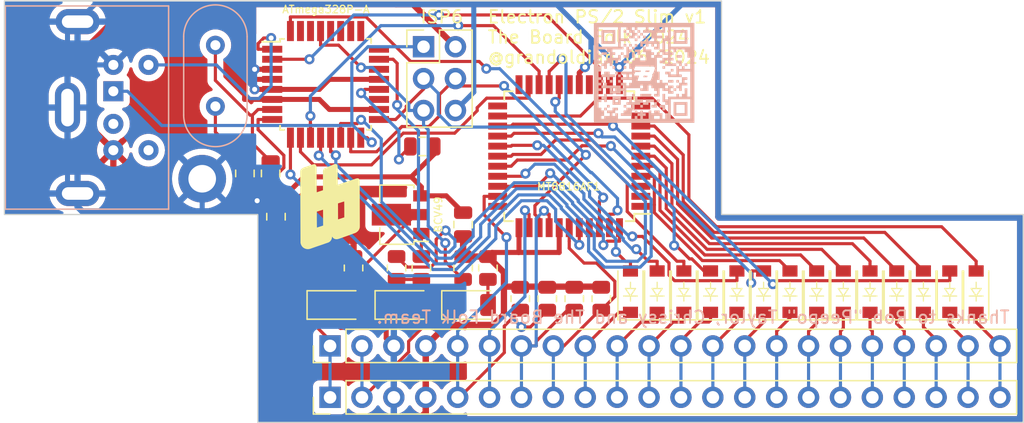
<source format=kicad_pcb>
(kicad_pcb (version 20221018) (generator pcbnew)
  (layers (0 "F.Cu" signal) (31 "B.Cu" signal) (34 "B.Paste" user) (35 "F.Paste" user) (36 "B.SilkS" user "B.Silkscreen") (37 "F.SilkS" user "F.Silkscreen") (38 "B.Mask" user) (39 "F.Mask" user) (44 "Edge.Cuts" user))
  (net 0 "")
  (net 1 "GND")
  (net 2 "+5V")
  (net 3 "CAPSLOCK")
  (net 4 "/A13")
  (net 5 "/A12")
  (net 6 "/A11")
  (net 7 "/A10")
  (net 8 "/A9")
  (net 9 "Net-(IC800-XTAL1{slash}PB6)")
  (net 10 "Net-(IC800-XTAL2{slash}PB7)")
  (net 11 "PS2-CLK")
  (net 12 "Net-(IC800-AREF)")
  (net 13 "/ROW0")
  (net 14 "AY2")
  (net 15 "/ROW1")
  (net 16 "/ROW2")
  (net 17 "AX0")
  (net 18 "/A8")
  (net 19 "/ROW3")
  (net 20 "AX1")
  (net 21 "AX2")
  (net 22 "AY0")
  (net 23 "AY1")
  (net 24 "/A7")
  (net 25 "/COL0")
  (net 26 "/A6")
  (net 27 "/A5")
  (net 28 "/A0")
  (net 29 "/A1")
  (net 30 "/A2")
  (net 31 "/A3")
  (net 32 "/A4")
  (net 33 "Net-(D15-A)")
  (net 34 "Net-(D16-A)")
  (net 35 "Net-(D17-A)")
  (net 36 "/COL1")
  (net 37 "/COL2")
  (net 38 "!RST")
  (net 39 "/COL3")
  (net 40 "/COL4")
  (net 41 "/COL5")
  (net 42 "Net-(Q1-B)")
  (net 43 "BREAK")
  (net 44 "/COL6")
  (net 45 "/COL7")
  (net 46 "/COL8")
  (net 47 "/COL9")
  (net 48 "/COL10")
  (net 49 "/COL11")
  (net 50 "/COL12")
  (net 51 "/COL13")
  (net 52 "MTSTROBE")
  (net 53 "ADMOSI")
  (net 54 "ADMISO")
  (net 55 "ADSCK")
  (net 56 "/AA6")
  (net 57 "/AA7")
  (net 58 "/AA1")
  (net 59 "/AA2")
  (net 60 "/AA3")
  (net 61 "/AA4")
  (net 62 "/AA5")
  (net 63 "ADRESET")
  (net 64 "/AD0")
  (net 65 "/AD1")
  (net 66 "MTDATA")
  (net 68 "/COL14")
  (net 69 "/COL15")
  (net 70 "/ROW7")
  (net 72 "/ROW6")
  (net 73 "/ROW5")
  (net 74 "/ROW4")
  (footprint "Electron-PS2Slim:MINIDIODE" (layer "F.Cu") (at 83.275 105.225 90)
    (fp_text reference "D6" hide)
    (fp_text value "1N4148" hide)
  )
  (footprint "Package_TO_SOT_SMD:SOT-89-3" (layer "F.Cu") (at 54.075 99.0875 180)
    (fp_text reference "Q1" hide)
    (fp_text value "BCV49")
  )
  (footprint "Electron-PS2Slim:MINIDIODE" (layer "F.Cu") (at 85.375 105.225 90)
    (fp_text reference "D7" hide)
    (fp_text value "1N4148" hide)
  )
  (footprint "Electron-PS2Slim:BF8" (layer "F.Cu") (at 48.8188 98.3742 90)
    (fp_text reference "G1" hide)
    (fp_text value "Board Folk Logo" hide)
  )
  (footprint "MountingHole:MountingHole_2.2mm_M2_DIN965_Pad" (layer "F.Cu") (at 38.575 96.225)
    (fp_text reference "H9" hide)
    (fp_text value "Smaller Keyboard Hole" hide)
  )
  (footprint "Capacitor_SMD:C_0805_2012Metric" (layer "F.Cu") (at 56.1 93.65)
    (fp_text reference "C802" hide)
    (fp_text value "100nF" hide)
  )
  (footprint "Resistor_SMD:R_0805_2012Metric" (layer "F.Cu") (at 50.625 103.3375 90)
    (fp_text reference "R18" hide)
    (fp_text value "1K" hide)
  )
  (footprint "Electron-PS2Slim:MINIDIODE" (layer "F.Cu") (at 89.625 105.225 90)
    (fp_text reference "D9" hide)
    (fp_text value "1N4148" hide)
  )
  (footprint "LED_SMD:LED_1206_3216Metric" (layer "F.Cu") (at 59.935 106.2875)
    (fp_text reference "D17" hide)
    (fp_text value "CAPS" hide)
  )
  (footprint "Electron-PS2Slim:MINIDIODE" (layer "F.Cu") (at 87.5 105.225 90)
    (fp_text reference "D8" hide)
    (fp_text value "1N4148" hide)
  )
  (footprint "Package_QFP:TQFP-44_10x10mm_P0.8mm" (layer "F.Cu") (at 67.8 94.425 180)
    (fp_text reference "IC803" hide)
    (fp_text value "MT8816AF1")
  )
  (footprint "Capacitor_SMD:C_0805_2012Metric" (layer "F.Cu") (at 59.35 99.875 -90)
    (fp_text reference "C806" hide)
    (fp_text value "100nF" hide)
  )
  (footprint "Resistor_SMD:R_0805_2012Metric" (layer "F.Cu") (at 66.05 105.7875 90)
    (fp_text reference "R3" hide)
    (fp_text value "15K" hide)
  )
  (footprint "Resistor_SMD:R_0805_2012Metric" (layer "F.Cu") (at 68.2 105.7875 90)
    (fp_text reference "R4" hide)
    (fp_text value "15K" hide)
  )
  (footprint "Resistor_SMD:R_0805_2012Metric" (layer "F.Cu") (at 56.025 103.3375 -90)
    (fp_text reference "R17" hide)
    (fp_text value "1K" hide)
  )
  (footprint "Electron-PS2Slim:MINIDIODE" (layer "F.Cu") (at 100.2 105.225 90)
    (fp_text reference "D14" hide)
    (fp_text value "1N4148" hide)
  )
  (footprint "Capacitor_SMD:C_0805_2012Metric" (layer "F.Cu") (at 44.45 99.25 -90)
    (fp_text reference "C807" hide)
    (fp_text value "100nF" hide)
  )
  (footprint "Electron-PS2Slim:MINIDIODE" (layer "F.Cu") (at 76.925 105.225 90)
    (fp_text reference "D3" hide)
    (fp_text value "1N4148" hide)
  )
  (footprint "Capacitor_SMD:C_0805_2012Metric" (layer "F.Cu") (at 41.975 95.8 -90)
    (fp_text reference "C801" hide)
    (fp_text value "20pF" hide)
  )
  (footprint "Electron-PS2Slim:MINIDIODE" (layer "F.Cu") (at 81.15 105.225 90)
    (fp_text reference "D5" hide)
    (fp_text value "1N4148" hide)
  )
  (footprint "LED_SMD:LED_1206_3216Metric" (layer "F.Cu") (at 54.625 106.2875)
    (fp_text reference "D16" hide)
    (fp_text value "BREAK" hide)
  )
  (footprint "Package_QFP:TQFP-32_7x7mm_P0.8mm" (layer "F.Cu") (at 48.4 88.7)
    (fp_text reference "IC800" hide)
    (fp_text value "ATmega328P-A")
  )
  (footprint "Capacitor_SMD:C_0805_2012Metric" (layer "F.Cu") (at 44.025 95.8 -90)
    (fp_text reference "C800" hide)
    (fp_text value "20pF" hide)
  )
  (footprint "Electron-PS2Slim:MINIDIODE" (layer "F.Cu") (at 96 105.225 90)
    (fp_text reference "D12" hide)
    (fp_text value "1N4148" hide)
  )
  (footprint "Connector_PinHeader_2.54mm:PinHeader_1x22_P2.54mm_Vertical" (layer "F.Cu") (at 48.755 113.65 90)
    (fp_text reference "CP1" hide)
    (fp_text value "KEYBOARD" hide)
  )
  (footprint "Resistor_SMD:R_0805_2012Metric" (layer "F.Cu") (at 59.35 103.3375 -90)
    (fp_text reference "R804" hide)
    (fp_text value "10K" hide)
  )
  (footprint "Resistor_SMD:R_0805_2012Metric" (layer "F.Cu") (at 54.05 103.3375 90)
    (fp_text reference "R16" hide)
    (fp_text value "470R" hide)
  )
  (footprint "Resistor_SMD:R_0805_2012Metric" (layer "F.Cu") (at 70.35 105.7875 90)
    (fp_text reference "R5" hide)
    (fp_text value "15K" hide)
  )
  (footprint "Resistor_SMD:R_0805_2012Metric" (layer "F.Cu") (at 63.9 105.7875 90)
    (fp_text reference "R2" hide)
    (fp_text value "15K" hide)
  )
  (footprint "Electron-PS2Slim:MINIDIODE" (layer "F.Cu") (at 79.05 105.225 90)
    (fp_text reference "D4" hide)
    (fp_text value "1N4148" hide)
  )
  (footprint "Electron-PS2Slim:MINIDIODE" (layer "F.Cu") (at 98.1 105.225 90)
    (fp_text reference "D13" hide)
    (fp_text value "1N4148" hide)
  )
  (footprint "Electron-PS2Slim:MINIDIODE" (layer "F.Cu") (at 91.75 105.225 90)
    (fp_text reference "D10" hide)
    (fp_text value "1N4148" hide)
  )
  (footprint "Connector_PinHeader_2.54mm:PinHeader_1x22_P2.54mm_Vertical" (layer "F.Cu") (at 48.755 109.55 90)
    (fp_text reference "CP2" hide)
    (fp_text value "KEYBOARD" hide)
  )
  (footprint "LED_SMD:LED_1206_3216Metric" (layer "F.Cu") (at 49.21 106.2875)
    (fp_text reference "D15" hide)
    (fp_text value "POWER" hide)
  )
  (footprint "Electron-PS2Slim:MINIDIODE" (layer "F.Cu") (at 93.875 105.225 90)
    (fp_text reference "D11" hide)
    (fp_text value "1N4148" hide)
  )
  (footprint "Resistor_SMD:R_0805_2012Metric" (layer "F.Cu") (at 61.325 103.3375 90)
    (fp_text reference "R19" hide)
    (fp_text value "1K" hide)
  )
  (footprint "Connector_PinHeader_2.54mm:PinHeader_2x03_P2.54mm_Vertical" (layer "F.Cu") (at 56.2 85.7)
    (fp_text reference "J800" hide)
    (fp_text value "ISP6")
  )
  (footprint "Electron-PS2Slim:MINIDIODE" (layer "F.Cu") (at 74.8 105.225 90)
    (fp_text reference "D2" hide)
    (fp_text value "1N4148" hide)
  )
  (footprint "Electron-PS2Slim:MINIDIODE" (layer "F.Cu") (at 72.675 105.225 90)
    (fp_text reference "D1" hide)
    (fp_text value "1N4148" hide)
  )
  (footprint "Electron-PS2Slim:bf_qr8" (layer "B.Cu") (at 73.7616 87.7824 180)
    (fp_text reference "G2" hide)
    (fp_text value "Board Folk QR" hide)
  )
  (footprint "MTKeyboard:Connector_Mini-DIN_Female_6Pin_2rows" (layer "B.Cu") (at 31.5 89.25 90)
    (fp_text reference "J804" hide)
    (fp_text value "PS/2" hide)
  )
  (footprint "Crystal:Crystal_HC49-U_Vertical" (layer "B.Cu") (at 39.625 85.575 -90)
    (fp_text reference "Y800" hide)
    (fp_text value "16MHz" hide)
  )
  (gr_poly (pts (xy 103.95 115.65) (xy 103.95 99.075) (xy 79.925 99.075) (xy 79.925 82.05) (xy 22.825 82.05) (xy 22.825 99.075) (xy 43 99.075) (xy 43 115.65)) (stroke (width 0.1)) (fill none) (layer "Edge.Cuts"))
  (gr_text "Thanks to Rob {dblquote}Peepo{dblquote} Taylor, Chrissy and The Board Folk Team." (at 102.9462 107.8484) (layer "B.SilkS") (effects (font (size 1 1)) (justify left bottom mirror)))
  (gr_text "Electron PS/2 Slim v1\nThe Board Folk 2024\n@grandoldian 06/2024" (at 61.225 87.125) (layer "F.SilkS") (effects (font (size 1 1)) (justify left bottom)))
  (segment (start 55.225 96.075) (end 57.05 94.25) (width 0.4) (layer "F.Cu") (net 1))
  (segment (start 56.025 97.5875) (end 58.0125 97.5875) (width 0.4) (layer "F.Cu") (net 1))
  (segment (start 53.225 108.075) (end 53.225 108.94) (width 0.4) (layer "F.Cu") (net 1))
  (segment (start 69.05 87.325) (end 68.6 87.775) (width 0.4) (layer "F.Cu") (net 1))
  (segment (start 44.1495 89.0995) (end 44.15 89.1) (width 0.4) (layer "F.Cu") (net 1))
  (segment (start 44.45 98.3) (end 46.675 96.075) (width 0.4) (layer "F.Cu") (net 1))
  (segment (start 71.775 87.325) (end 71.775 88.7) (width 0.4) (layer "F.Cu") (net 1))
  (segment (start 44.15 89.1) (end 47.9 89.1) (width 0.4) (layer "F.Cu") (net 1))
  (segment (start 53.225 108.94) (end 53.835 109.55) (width 0.4) (layer "F.Cu") (net 1))
  (segment (start 58.0125 97.5875) (end 59.35 98.925) (width 0.4) (layer "F.Cu") (net 1))
  (segment (start 47.9 89.1) (end 48.7 88.3) (width 0.4) (layer "F.Cu") (net 1))
  (segment (start 47.81 106.2875) (end 47.81 106.288) (width 0.25) (layer "F.Cu") (net 1))
  (segment (start 56.025 96.875) (end 56.025 97.5875) (width 0.4) (layer "F.Cu") (net 1))
  (segment (start 53.225 106.288) (end 53.225 106.2875) (width 0.25) (layer "F.Cu") (net 1))
  (segment (start 44.45 98.3) (end 44.1255 97.9755) (width 0.4) (layer "F.Cu") (net 1))
  (segment (start 44.025 96.75) (end 44.025 96.9005) (width 0.4) (layer "F.Cu") (net 1))
  (segment (start 44.025 96.9005) (end 42.95 97.9755) (width 0.4) (layer "F.Cu") (net 1))
  (segment (start 46.675 96.075) (end 55.225 96.075) (width 0.4) (layer "F.Cu") (net 1))
  (segment (start 41.975 96.75) (end 41.975 97.0005) (width 0.4) (layer "F.Cu") (net 1))
  (segment (start 41.975 97.0005) (end 42.95 97.9755) (width 0.4) (layer "F.Cu") (net 1))
  (segment (start 71.775 88.7) (end 71.8 88.725) (width 0.4) (layer "F.Cu") (net 1))
  (segment (start 42.75 89.0995) (end 44.1495 89.0995) (width 0.4) (layer "F.Cu") (net 1))
  (segment (start 48.7 88.3) (end 52.65 88.3) (width 0.4) (layer "F.Cu") (net 1))
  (segment (start 55.225 96.075) (end 56.025 96.875) (width 0.4) (layer "F.Cu") (net 1))
  (segment (start 47.81 106.288) (end 49.5975 108.075) (width 0.4) (layer "F.Cu") (net 1))
  (segment (start 49.5975 108.075) (end 53.225 108.075) (width 0.4) (layer "F.Cu") (net 1))
  (segment (start 68.6 87.775) (end 68.6 88.725) (width 0.4) (layer "F.Cu") (net 1))
  (segment (start 42.7495 87.5) (end 44.15 87.5) (width 0.4) (layer "F.Cu") (net 1))
  (segment (start 53.225 106.288) (end 53.225 108.075) (width 0.4) (layer "F.Cu") (net 1))
  (segment (start 57.05 94.25) (end 57.05 93.65) (width 0.4) (layer "F.Cu") (net 1))
  (segment (start 44.1255 97.9755) (end 42.95 97.9755) (width 0.4) (layer "F.Cu") (net 1))
  (via (at 69.05 87.325) (size 0.8) (drill 0.4) (layers "F.Cu" "B.Cu") (net 1))
  (via (at 42.75 89.0995) (size 0.8) (drill 0.4) (layers "F.Cu" "B.Cu") (net 1))
  (via (at 42.7495 87.5) (size 0.8) (drill 0.4) (layers "F.Cu" "B.Cu") (net 1))
  (via (at 42.95 97.9755) (size 0.8) (drill 0.4) (layers "F.Cu" "B.Cu") (net 1))
  (via (at 71.775 87.325) (size 0.8) (drill 0.4) (layers "F.Cu" "B.Cu") (net 1))
  (segment (start 103.7 99.325) (end 79.75 99.325) (width 0.5) (layer "B.Cu") (net 1))
  (segment (start 42.7495 89.099) (end 42.75 89.0995) (width 0.4) (layer "B.Cu") (net 1))
  (segment (start 42.95 98.675) (end 42.8 98.825) (width 0.4) (layer "B.Cu") (net 1))
  (segment (start 79.675 99.25) (end 79.675 82.3) (width 0.5) (layer "B.Cu") (net 1))
  (segment (start 27.85 87.125) (end 27.85 84.5) (width 0.4) (layer "B.Cu") (net 1))
  (segment (start 103.7 115.4) (end 103.7 99.325) (width 0.5) (layer "B.Cu") (net 1))
  (segment (start 77.85 82.25) (end 77.9 82.3) (width 0.4) (layer "B.Cu") (net 1))
  (segment (start 38.575 96.225) (end 38.575 98.825) (width 0.4) (layer "B.Cu") (net 1))
  (segment (start 71.775 87.325) (end 76.85 82.25) (width 0.4) (layer "B.Cu") (net 1))
  (segment (start 28.65 98.45) (end 28.65 97.4) (width 0.5) (layer "B.Cu") (net 1))
  (segment (start 43.25 98.825) (end 43.25 115.4) (width 0.5) (layer "B.Cu") (net 1))
  (segment (start 29.025 98.825) (end 28.65 98.45) (width 0.5) (layer "B.Cu") (net 1))
  (segment (start 69.525 86.85) (end 69.05 87.325) (width 0.4) (layer "B.Cu") (net 1))
  (segment (start 53.625 115.4) (end 53.835 115.19) (width 0.5) (layer "B.Cu") (net 1))
  (segment (start 42.8 98.825) (end 43.25 98.825) (width 0.5) (layer "B.Cu") (net 1))
  (segment (start 38.575 98.825) (end 29.025 98.825) (width 0.5) (layer "B.Cu") (net 1))
  (segment (start 69.525 85.075) (end 71.775 87.325) (width 0.4) (layer "B.Cu") (net 1))
  (segment (start 27.85 90.55) (end 27.85 96.6) (width 0.4) (layer "B.Cu") (net 1))
  (segment (start 30.1 82.25) (end 42.6 82.25) (width 0.4) (layer "B.Cu") (net 1))
  (segment (start 42.6 87.3505) (end 42.7495 87.5) (width 0.4) (layer "B.Cu") (net 1))
  (segment (start 53.835 109.55) (end 53.835 113.65) (width 0.5) (layer "B.Cu") (net 1))
  (segment (start 27.875 87.15) (end 27.85 87.125) (width 0.4) (layer "B.Cu") (net 1))
  (segment (start 77.9 82.3) (end 40.925 82.3) (width 0.5) (layer "B.Cu") (net 1))
  (segment (start 42.7495 87.5) (end 42.7495 89.099) (width 0.4) (layer "B.Cu") (net 1))
  (segment (start 60.2 89.32) (end 60.2 82.25) (width 0.4) (layer "B.Cu") (net 1))
  (segment (start 42.95 97.9755) (end 42.95 98.675) (width 0.4) (layer "B.Cu") (net 1))
  (segment (start 79.675 82.3) (end 77.9 82.3) (width 0.5) (layer "B.Cu") (net 1))
  (segment (start 76.85 82.25) (end 77.85 82.25) (width 0.4) (layer "B.Cu") (net 1))
  (segment (start 53.625 115.4) (end 103.7 115.4) (width 0.5) (layer "B.Cu") (net 1))
  (segment (start 60.2 82.25) (end 66.7 82.25) (width 0.4) (layer "B.Cu") (net 1))
  (segment (start 31.5 87.15) (end 27.875 87.15) (width 0.4) (layer "B.Cu") (net 1))
  (segment (start 79.75 99.325) (end 79.675 99.25) (width 0.5) (layer "B.Cu") (net 1))
  (segment (start 66.7 82.25) (end 69.525 85.075) (width 0.4) (layer "B.Cu") (net 1))
  (segment (start 42.6 82.25) (end 60.2 82.25) (width 0.4) (layer "B.Cu") (net 1))
  (segment (start 38.575 98.825) (end 42.8 98.825) (width 0.5) (layer "B.Cu") (net 1))
  (segment (start 28.65 83.7) (end 30.1 82.25) (width 0.4) (layer "B.Cu") (net 1))
  (segment (start 27.85 90.55) (end 27.85 87.125) (width 0.4) (layer "B.Cu") (net 1))
  (segment (start 58.74 90.78) (end 60.2 89.32) (width 0.4) (layer "B.Cu") (net 1))
  (segment (start 27.85 84.5) (end 28.65 83.7) (width 0.4) (layer "B.Cu") (net 1))
  (segment (start 69.525 85.075) (end 69.525 86.85) (width 0.4) (layer "B.Cu") (net 1))
  (segment (start 53.835 115.19) (end 53.835 113.65) (width 0.5) (layer "B.Cu") (net 1))
  (segment (start 27.85 96.6) (end 28.65 97.4) (width 0.4) (layer "B.Cu") (net 1))
  (segment (start 43.25 115.4) (end 53.625 115.4) (width 0.5) (layer "B.Cu") (net 1))
  (segment (start 42.6 82.25) (end 42.6 87.3505) (width 0.4) (layer "B.Cu") (net 1))
  (segment (start 29.825 85.3256) (end 32.8506 82.3) (width 0.5) (layer "F.Cu") (net 2))
  (segment (start 50.625 102.425) (end 43.375 102.425) (width 0.4) (layer "F.Cu") (net 2))
  (segment (start 58.05 107.875) (end 61.775 107.875) (width 0.5) (layer "F.Cu") (net 2))
  (segment (start 56.375 114.852) (end 56.375 113.65) (width 0.5) (layer "F.Cu") (net 2))
  (segment (start 31.5 93.95) (end 29.825 92.275) (width 0.5) (layer "F.Cu") (net 2))
  (segment (start 48.7 90.7) (end 52.65 90.7) (width 0.4) (layer "F.Cu") (net 2))
  (segment (start 44.15 89.9) (end 41.95 89.9) (width 0.4) (layer "F.Cu") (net 2))
  (segment (start 44.15 89.9) (end 47.9 89.9) (width 0.4) (layer "F.Cu") (net 2))
  (segment (start 79.675 82.325) (end 79.675 99.275) (width 0.5) (layer "F.Cu") (net 2))
  (segment (start 55.34 82.3) (end 58.74 85.7) (width 0.5) (layer "F.Cu") (net 2))
  (segment (start 56.375 109.55) (end 56.375 113.65) (width 0.5) (layer "F.Cu") (net 2))
  (segment (start 62.6 107.05) (end 62.6 104.825) (width 0.5) (layer "F.Cu") (net 2))
  (segment (start 66.05 104.8296) (end 66.05 104.875) (width 0.25) (layer "F.Cu") (net 2))
  (segment (start 43.25 102.5) (end 43.25 115.2) (width 0.5) (layer "F.Cu") (net 2))
  (segment (start 44.15 88.3) (end 42.075 88.3) (width 0.4) (layer "F.Cu") (net 2))
  (segment (start 63.8 100.125) (end 63.8 102.075) (width 0.4) (layer "F.Cu") (net 2))
  (segment (start 47.9 89.9) (end 48.7 90.7) (width 0.4) (layer "F.Cu") (net 2))
  (segment (start 44.45 100.2) (end 43.25 100.2) (width 0.4) (layer "F.Cu") (net 2))
  (segment (start 31.5 97.575) (end 31.5 93.95) (width 0.5) (layer "F.Cu") (net 2))
  (segment (start 68.2 104.825) (end 68.2 104.875) (width 0.25) (layer "F.Cu") (net 2))
  (segment (start 63.775 102.1) (end 61.65 102.1) (width 0.4) (layer "F.Cu") (net 2))
  (segment (start 59.35 102.425) (end 59.35 100.825) (width 0.5) (layer "F.Cu") (net 2))
  (segment (start 43.35 102.4) (end 43.25 102.5) (width 0.5) (layer "F.Cu") (net 2))
  (segment (start 43.45 115.4) (end 55.8271 115.4) (width 0.5) (layer "F.Cu") (net 2))
  (segment (start 66.0454 104.825) (end 66.05 104.8296) (width 0.25) (layer "F.Cu") (net 2))
  (segment (start 79.675 99.275) (end 79.725 99.325) (width 0.5) (layer "F.Cu") (net 2))
  (segment (start 43.25 115.2) (end 43.45 115.4) (width 0.5) (layer "F.Cu") (net 2))
  (segment (start 42.075 88.3) (end 41.95 88.425) (width 0.4) (layer "F.Cu") (net 2))
  (segment (start 41.95 88.425) (end 41.95 82.3) (width 0.4) (layer "F.Cu") (net 2))
  (segment (start 29.825 92.275) (end 29.825 85.3256) (width 0.5) (layer "F.Cu") (net 2))
  (segment (start 63.8908 104.825) (end 66.0454 104.825) (width 0.5) (layer "F.Cu") (net 2))
  (segment (start 43.2 98.825) (end 32.75 98.825) (width 0.5) (layer "F.Cu") (net 2))
  (segment (start 103.7 99.325) (end 103.7 115.4) (width 0.5) (layer "F.Cu") (net 2))
  (segment (start 55.8271 115.4) (end 56.375 114.852) (width 0.5) (layer "F.Cu") (net 2))
  (segment (start 103.7 115.4) (end 55.8271 115.4) (width 0.5) (layer "F.Cu") (net 2))
  (segment (start 54 82.3) (end 79.65 82.3) (width 0.5) (layer "F.Cu") (net 2))
  (segment (start 41.95 82.3) (end 54 82.3) (width 0.5) (layer "F.Cu") (net 2))
  (segment (start 43.25 98.875) (end 43.2 98.825) (width 0.5) (layer "F.Cu") (net 2))
  (segment (start 43.25 100.2) (end 43.25 98.875) (width 0.5) (layer "F.Cu") (net 2))
  (segment (start 54 82.3) (end 55.34 82.3) (width 0.5) (layer "F.Cu") (net 2))
  (segment (start 32.75 98.825) (end 31.5 97.575) (width 0.5) (layer "F.Cu") (net 2))
  (segment (start 70.3 104.825) (end 70.35 104.875) (width 0.5) (layer "F.Cu") (net 2))
  (segment (start 79.65 82.3) (end 79.675 82.325) (width 0.5) (layer "F.Cu") (net 2))
  (segment (start 61.325 102.425) (end 59.35 102.425) (width 0.5) (layer "F.Cu") (net 2))
  (segment (start 79.725 99.325) (end 103.7 99.325) (width 0.5) (layer "F.Cu") (net 2))
  (segment (start 61.775 107.875) (end 62.6 107.05) (width 0.5) (layer "F.Cu") (net 2))
  (segment (start 43.375 102.425) (end 43.35 102.4) (width 0.4) (layer "F.Cu") (net 2))
  (segment (start 66.0454 104.825) (end 68.2 104.825) (width 0.5) (layer "F.Cu") (net 2))
  (segment (start 56.375 109.55) (end 58.05 107.875) (width 0.5) (layer "F.Cu") (net 2))
  (segment (start 43.25 102.3) (end 43.25 100.2) (width 0.5) (layer "F.Cu") (net 2))
  (segment (start 62.6 104.825) (end 62.6 103.7) (width 0.5) (layer "F.Cu") (net 2))
  (segment (start 43.35 102.4) (end 43.25 102.3) (width 0.5) (layer "F.Cu") (net 2))
  (segment (start 68.2 104.825) (end 70.3 104.825) (width 0.5) (layer "F.Cu") (net 2))
  (segment (start 62.6 104.825) (end 63.8908 104.825) (width 0.5) (layer "F.Cu") (net 2))
  (segment (start 41.95 89.9) (end 41.95 88.425) (width 0.4) (layer "F.Cu") (net 2))
  (segment (start 63.8 102.075) (end 63.775 102.1) (width 0.4) (layer "F.Cu") (net 2))
  (segment (start 63.8908 104.825) (end 63.9 104.8342) (width 0.25) (layer "F.Cu") (net 2))
  (segment (start 62.6 103.7) (end 61.325 102.425) (width 0.5) (layer "F.Cu") (net 2))
  (segment (start 67 100.125) (end 67 102.1) (width 0.4) (layer "F.Cu") (net 2))
  (segment (start 67 102.1) (end 63.775 102.1) (width 0.4) (layer "F.Cu") (net 2))
  (segment (start 32.8506 82.3) (end 41.95 82.3) (width 0.5) (layer "F.Cu") (net 2))
  (segment (start 63.9 104.8342) (end 63.9 104.875) (width 0.25) (layer "F.Cu") (net 2))
  (segment (start 61.65 102.1) (end 61.325 102.425) (width 0.4) (layer "F.Cu") (net 2))
  (segment (start 57.9141 106.2875) (end 58.535 106.2875) (width 0.25) (layer "F.Cu") (net 3))
  (segment (start 55.01 110.036701) (end 55.01 109.1916) (width 0.25) (layer "F.Cu") (net 3))
  (segment (start 55.01 109.1916) (end 57.9141 106.2875) (width 0.25) (layer "F.Cu") (net 3))
  (segment (start 51.396701 113.65) (end 55.01 110.036701) (width 0.25) (layer "F.Cu") (net 3))
  (segment (start 51.295 109.55) (end 51.295 113.65) (width 0.25) (layer "B.Cu") (net 3))
  (segment (start 69.0749 109.55) (end 71.7499 106.875) (width 0.25) (layer "F.Cu") (net 4))
  (segment (start 69.075 109.55) (end 69.0749 109.55) (width 0.25) (layer "F.Cu") (net 4))
  (segment (start 71.7499 106.875) (end 72.675 106.875) (width 0.25) (layer "F.Cu") (net 4))
  (segment (start 69.075 109.55) (end 69.075 113.65) (width 0.25) (layer "B.Cu") (net 4))
  (segment (start 73.5149 107.6501) (end 74.8 107.6501) (width 0.25) (layer "F.Cu") (net 5))
  (segment (start 71.615 109.55) (end 73.5149 107.6501) (width 0.25) (layer "F.Cu") (net 5))
  (segment (start 74.8 107.6501) (end 74.8 106.875) (width 0.25) (layer "F.Cu") (net 5))
  (segment (start 71.615 109.55) (end 71.615 113.65) (width 0.25) (layer "B.Cu") (net 5))
  (segment (start 76.925 107.6501) (end 76.925 106.875) (width 0.25) (layer "F.Cu") (net 6))
  (segment (start 74.155 109.55) (end 74.1682 109.55) (width 0.25) (layer "F.Cu") (net 6))
  (segment (start 76.0681 107.6501) (end 76.925 107.6501) (width 0.25) (layer "F.Cu") (net 6))
  (segment (start 74.1682 109.55) (end 76.0681 107.6501) (width 0.25) (layer "F.Cu") (net 6))
  (segment (start 74.155 109.55) (end 74.155 113.65) (width 0.25) (layer "B.Cu") (net 6))
  (segment (start 76.695 109.1314) (end 78.1812 107.6452) (width 0.25) (layer "F.Cu") (net 7))
  (segment (start 79.05 107.513) (end 79.05 106.875) (width 0.25) (layer "F.Cu") (net 7))
  (segment (start 78.9178 107.6452) (end 79.05 107.513) (width 0.25) (layer "F.Cu") (net 7))
  (segment (start 76.695 109.55) (end 76.695 109.1314) (width 0.25) (layer "F.Cu") (net 7))
  (segment (start 78.1812 107.6452) (end 78.9178 107.6452) (width 0.25) (layer "F.Cu") (net 7))
  (segment (start 76.695 109.55) (end 76.695 113.65) (width 0.25) (layer "B.Cu") (net 7))
  (segment (start 79.2501 109.55) (end 81.15 107.6501) (width 0.25) (layer "F.Cu") (net 8))
  (segment (start 79.235 109.55) (end 79.2501 109.55) (width 0.25) (layer "F.Cu") (net 8))
  (segment (start 81.15 107.6501) (end 81.15 106.875) (width 0.25) (layer "F.Cu") (net 8))
  (segment (start 79.235 109.55) (end 79.235 113.65) (width 0.25) (layer "B.Cu") (net 8))
  (segment (start 39.625 88.3855) (end 39.625 85.575) (width 0.25) (layer "F.Cu") (net 9))
  (segment (start 42.5737 93.3987) (end 42.5737 91.1512) (width 0.25) (layer "F.Cu") (net 9))
  (segment (start 42.3907 91.1512) (end 39.625 88.3855) (width 0.25) (layer "F.Cu") (net 9))
  (segment (start 44.025 94.85) (end 42.5737 93.3987) (width 0.25) (layer "F.Cu") (net 9))
  (segment (start 42.5737 91.1512) (end 43.0249 90.7) (width 0.25) (layer "F.Cu") (net 9))
  (segment (start 44.15 90.7) (end 43.0249 90.7) (width 0.25) (layer "F.Cu") (net 9))
  (segment (start 42.5737 91.1512) (end 42.3907 91.1512) (width 0.25) (layer "F.Cu") (net 9))
  (segment (start 45.0761 94.3616) (end 45.0761 95.3384) (width 0.25) (layer "F.Cu") (net 10))
  (segment (start 39.625 92.5) (end 41.975 94.85) (width 0.25) (layer "F.Cu") (net 10))
  (segment (start 39.625 90.455) (end 39.625 92.5) (width 0.25) (layer "F.Cu") (net 10))
  (segment (start 44.15 91.5) (end 43.0249 91.5) (width 0.25) (layer "F.Cu") (net 10))
  (segment (start 43.0249 92.3104) (end 45.0761 94.3616) (width 0.25) (layer "F.Cu") (net 10))
  (segment (start 43.0249 91.5) (end 43.0249 92.3104) (width 0.25) (layer "F.Cu") (net 10))
  (segment (start 42.8011 95.6761) (end 41.975 94.85) (width 0.25) (layer "F.Cu") (net 10))
  (segment (start 45.0761 95.3384) (end 44.7384 95.6761) (width 0.25) (layer "F.Cu") (net 10))
  (segment (start 44.7384 95.6761) (end 42.8011 95.6761) (width 0.25) (layer "F.Cu") (net 10))
  (segment (start 44.15 85.9) (end 43.0249 85.9) (width 0.25) (layer "F.Cu") (net 11))
  (segment (start 43.4729 85.0039) (end 44.0625 85.0039) (width 0.25) (layer "F.Cu") (net 11))
  (segment (start 43.0249 85.9) (end 43.0249 85.4519) (width 0.25) (layer "F.Cu") (net 11))
  (segment (start 43.0249 85.4519) (end 43.4729 85.0039) (width 0.25) (layer "F.Cu") (net 11))
  (via (at 44.0625 85.0039) (size 0.8) (drill 0.4) (layers "F.Cu" "B.Cu") (net 11))
  (segment (start 44.0625 88.8507) (end 43.081 89.8322) (width 0.25) (layer "B.Cu") (net 11))
  (segment (start 39.7042 87.15) (end 34.3 87.15) (width 0.25) (layer "B.Cu") (net 11))
  (segment (start 42.3864 89.8322) (end 39.7042 87.15) (width 0.25) (layer "B.Cu") (net 11))
  (segment (start 44.0625 85.0039) (end 44.0625 88.8507) (width 0.25) (layer "B.Cu") (net 11))
  (segment (start 43.081 89.8322) (end 42.3864 89.8322) (width 0.25) (layer "B.Cu") (net 11))
  (segment (start 52.65 89.1) (end 51.5249 89.1) (width 0.25) (layer "F.Cu") (net 12))
  (segment (start 54.2358 94.5642) (end 54.2358 94.6848) (width 0.25) (layer "F.Cu") (net 12))
  (segment (start 55.15 93.65) (end 54.2358 94.5642) (width 0.25) (layer "F.Cu") (net 12))
  (segment (start 51.5249 89.1) (end 51.2274 89.3975) (width 0.25) (layer "F.Cu") (net 12))
  (via (at 54.2358 94.6848) (size 0.8) (drill 0.4) (layers "F.Cu" "B.Cu") (net 12))
  (via (at 51.2274 89.3975) (size 0.8) (drill 0.4) (layers "F.Cu" "B.Cu") (net 12))
  (segment (start 54.2358 92.4059) (end 51.2274 89.3975) (width 0.25) (layer "B.Cu") (net 12))
  (segment (start 54.2358 94.6848) (end 54.2358 92.4059) (width 0.25) (layer "B.Cu") (net 12))
  (segment (start 62.6301 110.0854) (end 62.6301 107.9699) (width 0.25) (layer "F.Cu") (net 13))
  (segment (start 61.0249 99.1137) (end 61.0249 97.625) (width 0.25) (layer "F.Cu") (net 13))
  (segment (start 62.1 97.625) (end 61.0249 97.625) (width 0.25) (layer "F.Cu") (net 13))
  (segment (start 62.6301 107.9699) (end 63.9 106.7) (width 0.25) (layer "F.Cu") (net 13))
  (segment (start 58.915 113.65) (end 59.0655 113.65) (width 0.25) (layer "F.Cu") (net 13))
  (segment (start 60.505 112.2105) (end 62.6301 110.0854) (width 0.25) (layer "F.Cu") (net 13))
  (segment (start 59.0655 113.65) (end 60.505 112.2105) (width 0.25) (layer "F.Cu") (net 13))
  (segment (start 62.8005 100.8893) (end 61.0249 99.1137) (width 0.25) (layer "F.Cu") (net 13))
  (via (at 62.8005 100.8893) (size 0.8) (drill 0.4) (layers "F.Cu" "B.Cu") (net 13))
  (segment (start 58.915 109.55) (end 58.915 113.65) (width 0.25) (layer "B.Cu") (net 13))
  (segment (start 58.915 109.55) (end 58.915 108.3749) (width 0.25) (layer "B.Cu") (net 13))
  (segment (start 58.915 108.3749) (end 62.8005 104.4894) (width 0.25) (layer "B.Cu") (net 13))
  (segment (start 62.8005 104.4894) (end 62.8005 100.8893) (width 0.25) (layer "B.Cu") (net 13))
  (segment (start 45.6 92.95) (end 45.6 95.8827) (width 0.25) (layer "F.Cu") (net 14))
  (segment (start 68.6 100.125) (end 68.6 101.499) (width 0.25) (layer "F.Cu") (net 14))
  (via (at 68.6 101.499) (size 0.8) (drill 0.4) (layers "F.Cu" "B.Cu") (net 14))
  (via (at 45.6 95.8827) (size 0.8) (drill 0.4) (layers "F.Cu" "B.Cu") (net 14))
  (segment (start 61.9509 100.0112) (end 63.986 97.9761) (width 0.25) (layer "B.Cu") (net 14))
  (segment (start 61.9509 100.9993) (end 61.9509 100.0112) (width 0.25) (layer "B.Cu") (net 14))
  (segment (start 53.6749 103.9576) (end 58.9926 103.9576) (width 0.25) (layer "B.Cu") (net 14))
  (segment (start 66.7167 99.6157) (end 68.6 101.499) (width 0.25) (layer "B.Cu") (net 14))
  (segment (start 58.9926 103.9576) (end 61.9509 100.9993) (width 0.25) (layer "B.Cu") (net 14))
  (segment (start 45.6 95.8827) (end 53.6749 103.9576) (width 0.25) (layer "B.Cu") (net 14))
  (segment (start 66.0289 97.9761) (end 66.7167 98.6639) (width 0.25) (layer "B.Cu") (net 14))
  (segment (start 63.986 97.9761) (end 66.0289 97.9761) (width 0.25) (layer "B.Cu") (net 14))
  (segment (start 66.7167 98.6639) (end 66.7167 99.6157) (width 0.25) (layer "B.Cu") (net 14))
  (segment (start 64.7082 108.0418) (end 66.05 106.7) (width 0.25) (layer "F.Cu") (net 15))
  (segment (start 64.5765 99.0499) (end 64.6 99.0499) (width 0.25) (layer "F.Cu") (net 15))
  (segment (start 64.6 100.125) (end 64.6 99.0499) (width 0.25) (layer "F.Cu") (net 15))
  (segment (start 64.2708 98.7442) (end 64.5765 99.0499) (width 0.25) (layer "F.Cu") (net 15))
  (segment (start 63.9885 108.0418) (end 64.7082 108.0418) (width 0.25) (layer "F.Cu") (net 15))
  (via (at 64.2708 98.7442) (size 0.8) (drill 0.4) (layers "F.Cu" "B.Cu") (net 15))
  (via (at 63.9885 108.0418) (size 0.8) (drill 0.4) (layers "F.Cu" "B.Cu") (net 15))
  (segment (start 64.2708 105.6099) (end 64.2708 98.7442) (width 0.25) (layer "B.Cu") (net 15))
  (segment (start 62.8629 106.967) (end 62.9137 106.967) (width 0.25) (layer "B.Cu") (net 15))
  (segment (start 61.455 109.55) (end 61.455 108.3749) (width 0.25) (layer "B.Cu") (net 15))
  (segment (start 62.9137 106.967) (end 64.2708 105.6099) (width 0.25) (layer "B.Cu") (net 15))
  (segment (start 62.9137 106.967) (end 63.9885 108.0418) (width 0.25) (layer "B.Cu") (net 15))
  (segment (start 61.455 108.3749) (end 62.8629 106.967) (width 0.25) (layer "B.Cu") (net 15))
  (segment (start 61.455 113.65) (end 61.455 109.55) (width 0.25) (layer "B.Cu") (net 15))
  (segment (start 65.1701 109.1847) (end 65.1701 109.55) (width 0.25) (layer "F.Cu") (net 16))
  (segment (start 68.2 106.7) (end 67.6548 106.7) (width 0.25) (layer "F.Cu") (net 16))
  (segment (start 66.2 99.0499) (end 66.0714 99.0499) (width 0.25) (layer "F.Cu") (net 16))
  (segment (start 66.0714 99.0499) (end 65.7916 98.7701) (width 0.25) (layer "F.Cu") (net 16))
  (segment (start 63.995 109.55) (end 65.1701 109.55) (width 0.25) (layer "F.Cu") (net 16))
  (segment (start 66.2 100.125) (end 66.2 99.0499) (width 0.25) (layer "F.Cu") (net 16))
  (segment (start 67.6548 106.7) (end 65.1701 109.1847) (width 0.25) (layer "F.Cu") (net 16))
  (via (at 65.7916 98.7701) (size 0.8) (drill 0.4) (layers "F.Cu" "B.Cu") (net 16))
  (segment (start 65.1701 99.3916) (end 65.7916 98.7701) (width 0.25) (layer "B.Cu") (net 16))
  (segment (start 63.995 109.55) (end 63.995 113.65) (width 0.25) (layer "B.Cu") (net 16))
  (segment (start 65.1701 109.55) (end 65.1701 99.3916) (width 0.25) (layer "B.Cu") (net 16))
  (segment (start 63.995 109.55) (end 65.1701 109.55) (width 0.25) (layer "B.Cu") (net 16))
  (segment (start 71.8 101.2001) (end 70.8244 101.2001) (width 0.25) (layer "F.Cu") (net 17))
  (segment (start 49.6 91.8249) (end 50.9262 91.8249) (width 0.25) (layer "F.Cu") (net 17))
  (segment (start 49.6 92.95) (end 49.6 91.8249) (width 0.25) (layer "F.Cu") (net 17))
  (segment (start 50.9262 91.8249) (end 51.2261 91.525) (width 0.25) (layer "F.Cu") (net 17))
  (segment (start 70.8244 101.2001) (end 70.5151 101.5094) (width 0.25) (layer "F.Cu") (net 17))
  (segment (start 71.8 100.125) (end 71.8 101.2001) (width 0.25) (layer "F.Cu") (net 17))
  (via (at 51.2261 91.525) (size 0.8) (drill 0.4) (layers "F.Cu" "B.Cu") (net 17))
  (via (at 70.5151 101.5094) (size 0.8) (drill 0.4) (layers "F.Cu" "B.Cu") (net 17))
  (segment (start 51.3037 91.525) (end 52.8317 93.053) (width 0.25) (layer "B.Cu") (net 17))
  (segment (start 60.1505 100.8162) (end 60.1505 99.8103) (width 0.25) (layer "B.Cu") (net 17))
  (segment (start 63.4177 96.5431) (end 66.5079 96.5431) (width 0.25) (layer "B.Cu") (net 17))
  (segment (start 68.067 98.2286) (end 70.5151 100.6767) (width 0.25) (layer "B.Cu") (net 17))
  (segment (start 58.4085 102.5582) (end 60.1505 100.8162) (width 0.25) (layer "B.Cu") (net 17))
  (segment (start 51.2261 91.525) (end 51.3037 91.525) (width 0.25) (layer "B.Cu") (net 17))
  (segment (start 68.067 98.1022) (end 68.067 98.2286) (width 0.25) (layer "B.Cu") (net 17))
  (segment (start 66.5079 96.5431) (end 68.067 98.1022) (width 0.25) (layer "B.Cu") (net 17))
  (segment (start 70.5151 100.6767) (end 70.5151 101.5094) (width 0.25) (layer "B.Cu") (net 17))
  (segment (start 57.3439 102.5582) (end 58.4085 102.5582) (width 0.25) (layer "B.Cu") (net 17))
  (segment (start 60.1505 99.8103) (end 63.4177 96.5431) (width 0.25) (layer "B.Cu") (net 17))
  (segment (start 52.8317 93.053) (end 52.8317 98.046) (width 0.25) (layer "B.Cu") (net 17))
  (segment (start 52.8317 98.046) (end 57.3439 102.5582) (width 0.25) (layer "B.Cu") (net 17))
  (segment (start 83.275 107.6501) (end 83.275 106.875) (width 0.25) (layer "F.Cu") (net 18))
  (segment (start 81.775 109.1501) (end 83.275 107.6501) (width 0.25) (layer "F.Cu") (net 18))
  (segment (start 81.775 109.55) (end 81.775 109.1501) (width 0.25) (layer "F.Cu") (net 18))
  (segment (start 81.775 109.55) (end 81.775 113.65) (width 0.25) (layer "B.Cu") (net 18))
  (segment (start 69.9694 102.9446) (end 71.4273 104.4025) (width 0.25) (layer "F.Cu") (net 19))
  (segment (start 66.535 109.55) (end 67.3793 109.55) (width 0.25) (layer "F.Cu") (net 19))
  (segment (start 68.9779 102.9446) (end 69.9694 102.9446) (width 0.25) (layer "F.Cu") (net 19))
  (segment (start 70.2293 106.7) (end 70.35 106.7) (width 0.25) (layer "F.Cu") (net 19))
  (segment (start 67.3793 109.55) (end 70.2293 106.7) (width 0.25) (layer "F.Cu") (net 19))
  (segment (start 67.8 101.2001) (end 67.8 101.7667) (width 0.25) (layer "F.Cu") (net 19))
  (segment (start 67.8 101.7667) (end 68.9779 102.9446) (width 0.25) (layer "F.Cu") (net 19))
  (segment (start 71.4273 105.6227) (end 70.35 106.7) (width 0.25) (layer "F.Cu") (net 19))
  (segment (start 71.4273 104.4025) (end 71.4273 105.6227) (width 0.25) (layer "F.Cu") (net 19))
  (segment (start 67.8 100.125) (end 67.8 101.2001) (width 0.25) (layer "F.Cu") (net 19))
  (segment (start 66.535 109.55) (end 66.535 113.65) (width 0.25) (layer "B.Cu") (net 19))
  (segment (start 48.8 94.0751) (end 48.9343 94.0751) (width 0.25) (layer "F.Cu") (net 20))
  (segment (start 66.6869 90.094) (end 66.9808 89.8001) (width 0.25) (layer "F.Cu") (net 20))
  (segment (start 48.9343 94.0751) (end 49.2145 94.3553) (width 0.25) (layer "F.Cu") (net 20))
  (segment (start 48.8 92.95) (end 48.8 94.0751) (width 0.25) (layer "F.Cu") (net 20))
  (segment (start 67 88.725) (end 67 89.8001) (width 0.25) (layer "F.Cu") (net 20))
  (segment (start 66.9808 89.8001) (end 67 89.8001) (width 0.25) (layer "F.Cu") (net 20))
  (via (at 49.2145 94.3553) (size 0.8) (drill 0.4) (layers "F.Cu" "B.Cu") (net 20))
  (via (at 66.6869 90.094) (size 0.8) (drill 0.4) (layers "F.Cu" "B.Cu") (net 20))
  (segment (start 73.8614 98.029) (end 66.6869 90.8545) (width 0.25) (layer "B.Cu") (net 20))
  (segment (start 60.7463 100.8636) (end 60.7463 99.864) (width 0.25) (layer "B.Cu") (net 20))
  (segment (start 66.6869 90.8545) (end 66.6869 90.094) (width 0.25) (layer "B.Cu") (net 20))
  (segment (start 70.7654 102.8015) (end 73.2532 102.8015) (width 0.25) (layer "B.Cu") (net 20))
  (segment (start 67.6169 98.4151) (end 69.79 100.5882) (width 0.25) (layer "B.Cu") (net 20))
  (segment (start 69.79 101.8261) (end 70.7654 102.8015) (width 0.25) (layer "B.Cu") (net 20))
  (segment (start 66.3473 97.0207) (end 67.6169 98.2903) (width 0.25) (layer "B.Cu") (net 20))
  (segment (start 73.8614 102.1933) (end 73.8614 98.029) (width 0.25) (layer "B.Cu") (net 20))
  (segment (start 69.79 100.5882) (end 69.79 101.8261) (width 0.25) (layer "B.Cu") (net 20))
  (segment (start 49.2145 94.3553) (end 49.2145 95.0655) (width 0.25) (layer "B.Cu") (net 20))
  (segment (start 57.1574 103.0084) (end 58.6015 103.0084) (width 0.25) (layer "B.Cu") (net 20))
  (segment (start 73.2532 102.8015) (end 73.8614 102.1933) (width 0.25) (layer "B.Cu") (net 20))
  (segment (start 67.6169 98.2903) (end 67.6169 98.4151) (width 0.25) (layer "B.Cu") (net 20))
  (segment (start 60.7463 99.864) (end 63.5896 97.0207) (width 0.25) (layer "B.Cu") (net 20))
  (segment (start 49.2145 95.0655) (end 57.1574 103.0084) (width 0.25) (layer "B.Cu") (net 20))
  (segment (start 63.5896 97.0207) (end 66.3473 97.0207) (width 0.25) (layer "B.Cu") (net 20))
  (segment (start 58.6015 103.0084) (end 60.7463 100.8636) (width 0.25) (layer "B.Cu") (net 20))
  (segment (start 66.2 87.6499) (end 66.2 88.725) (width 0.25) (layer "F.Cu") (net 21))
  (segment (start 47.858 94.2171) (end 47.858 94.3752) (width 0.25) (layer "F.Cu") (net 21))
  (segment (start 48 92.95) (end 48 94.0751) (width 0.25) (layer "F.Cu") (net 21))
  (segment (start 67.2 86.675) (end 66.2251 87.6499) (width 0.25) (layer "F.Cu") (net 21))
  (segment (start 48 94.0751) (end 47.858 94.2171) (width 0.25) (layer "F.Cu") (net 21))
  (segment (start 66.2251 87.6499) (end 66.2 87.6499) (width 0.25) (layer "F.Cu") (net 21))
  (via (at 67.2 86.675) (size 0.8) (drill 0.4) (layers "F.Cu" "B.Cu") (net 21))
  (via (at 47.858 94.3752) (size 0.8) (drill 0.4) (layers "F.Cu" "B.Cu") (net 21))
  (segment (start 74.3235 102.398) (end 73.4503 103.2712) (width 0.25) (layer "B.Cu") (net 21))
  (segment (start 69.3399 100.7747) (end 67.1668 98.6016) (width 0.25) (layer "B.Cu") (net 21))
  (segment (start 56.9414 103.4586) (end 47.858 94.3752) (width 0.25) (layer "B.Cu") (net 21))
  (segment (start 63.7578 97.5154) (end 61.4214 99.8518) (width 0.25) (layer "B.Cu") (net 21))
  (segment (start 74.3235 97.8544) (end 74.3235 102.398) (width 0.25) (layer "B.Cu") (net 21))
  (segment (start 67.1668 98.4769) (end 66.2053 97.5154) (width 0.25) (layer "B.Cu") (net 21))
  (segment (start 70.5984 103.2712) (end 69.3399 102.0127) (width 0.25) (layer "B.Cu") (net 21))
  (segment (start 67.2 86.675) (end 67.5405 87.0155) (width 0.25) (layer "B.Cu") (net 21))
  (segment (start 67.5405 87.0155) (end 67.5405 91.0714) (width 0.25) (layer "B.Cu") (net 21))
  (segment (start 73.4503 103.2712) (end 70.5984 103.2712) (width 0.25) (layer "B.Cu") (net 21))
  (segment (start 67.1668 98.6016) (end 67.1668 98.4769) (width 0.25) (layer "B.Cu") (net 21))
  (segment (start 61.4214 100.8251) (end 58.7879 103.4586) (width 0.25) (layer "B.Cu") (net 21))
  (segment (start 69.3399 102.0127) (end 69.3399 100.7747) (width 0.25) (layer "B.Cu") (net 21))
  (segment (start 58.7879 103.4586) (end 56.9414 103.4586) (width 0.25) (layer "B.Cu") (net 21))
  (segment (start 66.2053 97.5154) (end 63.7578 97.5154) (width 0.25) (layer "B.Cu") (net 21))
  (segment (start 67.5405 91.0714) (end 74.3235 97.8544) (width 0.25) (layer "B.Cu") (net 21))
  (segment (start 61.4214 99.8518) (end 61.4214 100.8251) (width 0.25) (layer "B.Cu") (net 21))
  (segment (start 47.2 92.95) (end 47.2 91.8249) (width 0.25) (layer "F.Cu") (net 22))
  (segment (start 47.2 91.8249) (end 47.1892 91.8141) (width 0.25) (layer "F.Cu") (net 22))
  (segment (start 61.7684 84.0183) (end 65.4 87.6499) (width 0.25) (layer "F.Cu") (net 22))
  (segment (start 58.9627 84.0183) (end 61.7684 84.0183) (width 0.25) (layer "F.Cu") (net 22))
  (segment (start 65.4 88.725) (end 65.4 87.6499) (width 0.25) (layer "F.Cu") (net 22))
  (segment (start 47.1892 91.8141) (end 47.1892 91.2198) (width 0.25) (layer "F.Cu") (net 22))
  (via (at 47.1892 91.2198) (size 0.8) (drill 0.4) (layers "F.Cu" "B.Cu") (net 22))
  (via (at 58.9627 84.0183) (size 0.8) (drill 0.4) (layers "F.Cu" "B.Cu") (net 22))
  (segment (start 52.8004 84.0183) (end 58.9627 84.0183) (width 0.25) (layer "B.Cu") (net 22))
  (segment (start 47.1892 91.2198) (end 47.1892 89.6295) (width 0.25) (layer "B.Cu") (net 22))
  (segment (start 47.1892 89.6295) (end 52.8004 84.0183) (width 0.25) (layer "B.Cu") (net 22))
  (segment (start 47.4445 95.1196) (end 52.0538 95.1196) (width 0.25) (layer "F.Cu") (net 23))
  (segment (start 54.5848 92.5886) (end 58.6814 92.5886) (width 0.25) (layer "F.Cu") (net 23))
  (segment (start 46.4 92.95) (end 46.4 94.0751) (width 0.25) (layer "F.Cu") (net 23))
  (segment (start 52.0538 95.1196) (end 54.5848 92.5886) (width 0.25) (layer "F.Cu") (net 23))
  (segment (start 61.226 89.8001) (end 64.6 89.8001) (width 0.25) (layer "F.Cu") (net 23))
  (segment (start 60.47 90.8) (end 60.47 90.5561) (width 0.25) (layer "F.Cu") (net 23))
  (segment (start 64.6 88.725) (end 64.6 89.8001) (width 0.25) (layer "F.Cu") (net 23))
  (segment (start 58.6814 92.5886) (end 60.47 90.8) (width 0.25) (layer "F.Cu") (net 23))
  (segment (start 46.4 94.0751) (end 47.4445 95.1196) (width 0.25) (layer "F.Cu") (net 23))
  (segment (start 60.47 90.5561) (end 61.226 89.8001) (width 0.25) (layer "F.Cu") (net 23))
  (segment (start 85.375 106.875) (end 85.375 107.3149) (width 0.25) (layer "F.Cu") (net 24))
  (segment (start 85.375 107.3149) (end 84.315 108.3749) (width 0.25) (layer "F.Cu") (net 24))
  (segment (start 84.315 108.3749) (end 84.315 109.55) (width 0.25) (layer "F.Cu") (net 24))
  (segment (start 84.315 109.55) (end 84.315 113.65) (width 0.25) (layer "B.Cu") (net 24))
  (segment (start 72.675 103.575) (end 72.675 102.7999) (width 0.25) (layer "F.Cu") (net 25))
  (segment (start 65.2459 96.825) (end 66.2823 95.7886) (width 0.25) (layer "F.Cu") (net 25))
  (segment (start 72.2663 102.7999) (end 71.5153 102.0489) (width 0.25) (layer "F.Cu") (net 25))
  (segment (start 63.1751 96.825) (end 65.2459 96.825) (width 0.25) (layer "F.Cu") (net 25))
  (segment (start 62.1 96.825) (end 63.1751 96.825) (width 0.25) (layer "F.Cu") (net 25))
  (segment (start 72.675 102.7999) (end 72.2663 102.7999) (width 0.25) (layer "F.Cu") (net 25))
  (via (at 71.5153 102.0489) (size 0.8) (drill 0.4) (layers "F.Cu" "B.Cu") (net 25))
  (via (at 66.2823 95.7886) (size 0.8) (drill 0.4) (layers "F.Cu" "B.Cu") (net 25))
  (segment (start 68.5171 98.0421) (end 68.5171 97.9157) (width 0.25) (layer "B.Cu") (net 25))
  (segment (start 71.5153 102.0489) (end 71.5153 101.0403) (width 0.25) (layer "B.Cu") (net 25))
  (segment (start 66.39 95.7886) (end 66.2823 95.7886) (width 0.25) (layer "B.Cu") (net 25))
  (segment (start 68.5171 97.9157) (end 66.39 95.7886) (width 0.25) (layer "B.Cu") (net 25))
  (segment (start 71.5153 101.0403) (end 68.5171 98.0421) (width 0.25) (layer "B.Cu") (net 25))
  (segment (start 87.5 107.7299) (end 87.5 106.875) (width 0.25) (layer "F.Cu") (net 26))
  (segment (start 86.855 109.55) (end 86.855 108.3749) (width 0.25) (layer "F.Cu") (net 26))
  (segment (start 86.855 108.3749) (end 87.5 107.7299) (width 0.25) (layer "F.Cu") (net 26))
  (segment (start 86.855 109.55) (end 86.855 113.65) (width 0.25) (layer "B.Cu") (net 26))
  (segment (start 89.395 109.55) (end 89.395 108.3749) (width 0.25) (layer "F.Cu") (net 27))
  (segment (start 89.395 108.3749) (end 89.625 108.1449) (width 0.25) (layer "F.Cu") (net 27))
  (segment (start 89.625 108.1449) (end 89.625 106.875) (width 0.25) (layer "F.Cu") (net 27))
  (segment (start 89.395 109.55) (end 89.395 113.65) (width 0.25) (layer "B.Cu") (net 27))
  (segment (start 91.935 108.3749) (end 91.75 108.1899) (width 0.25) (layer "F.Cu") (net 28))
  (segment (start 91.75 108.1899) (end 91.75 106.875) (width 0.25) (layer "F.Cu") (net 28))
  (segment (start 91.935 109.55) (end 91.935 108.3749) (width 0.25) (layer "F.Cu") (net 28))
  (segment (start 91.935 109.55) (end 91.935 113.65) (width 0.25) (layer "B.Cu") (net 28))
  (segment (start 93.875 107.7749) (end 93.875 106.875) (width 0.25) (layer "F.Cu") (net 29))
  (segment (start 94.475 108.3749) (end 93.875 107.7749) (width 0.25) (layer "F.Cu") (net 29))
  (segment (start 94.475 109.55) (end 94.475 108.3749) (width 0.25) (layer "F.Cu") (net 29))
  (segment (start 94.475 109.55) (end 94.475 113.65) (width 0.25) (layer "B.Cu") (net 29))
  (segment (start 97.015 109.55) (end 97.015 109.065) (width 0.25) (layer "F.Cu") (net 30))
  (segment (start 97.015 109.065) (end 96 108.05) (width 0.25) (layer "F.Cu") (net 30))
  (segment (start 96 108.05) (end 96 106.875) (width 0.25) (layer "F.Cu") (net 30))
  (segment (start 97.015 109.55) (end 97.015 113.65) (width 0.25) (layer "B.Cu") (net 30))
  (segment (start 98.1 107.85) (end 98.1 106.875) (width 0.25) (layer "F.Cu") (net 31))
  (segment (start 99.555 109.305) (end 98.1 107.85) (width 0.25) (layer "F.Cu") (net 31))
  (segment (start 99.555 109.55) (end 99.555 109.305) (width 0.25) (layer "F.Cu") (net 31))
  (segment (start 99.555 109.55) (end 99.555 113.65) (width 0.25) (layer "B.Cu") (net 31))
  (segment (start 102.095 109.55) (end 102.095 109.5451) (width 0.25) (layer "F.Cu") (net 32))
  (segment (start 100.2 107.6501) (end 100.2 106.875) (width 0.25) (layer "F.Cu") (net 32))
  (segment (start 102.095 109.5451) (end 100.2 107.6501) (width 0.25) (layer "F.Cu") (net 32))
  (segment (start 102.095 109.55) (end 102.095 113.65) (width 0.25) (layer "B.Cu") (net 32))
  (segment (start 50.625 106.2725) (end 50.625 104.25) (width 0.25) (layer "F.Cu") (net 33))
  (segment (start 50.61 106.2875) (end 50.625 106.2725) (width 0.25) (layer "F.Cu") (net 33))
  (segment (start 56.025 106.2875) (end 56.025 104.25) (width 0.25) (layer "F.Cu") (net 34))
  (segment (start 56.025 104.25) (end 54.05 104.25) (width 0.25) (layer "F.Cu") (net 34))
  (segment (start 61.325 106.2775) (end 61.325 104.25) (width 0.25) (layer "F.Cu") (net 35))
  (segment (start 61.335 106.2875) (end 61.325 106.2775) (width 0.25) (layer "F.Cu") (net 35))
  (segment (start 74.8 102.7999) (end 74.0946 102.7999) (width 0.25) (layer "F.Cu") (net 36))
  (segment (start 74.0946 102.7999) (end 73.1363 101.8416) (width 0.25) (layer "F.Cu") (net 36))
  (segment (start 74.8 103.575) (end 74.8 102.7999) (width 0.25) (layer "F.Cu") (net 36))
  (segment (start 62.1 96.025) (end 64.0989 96.025) (width 0.25) (layer "F.Cu") (net 36))
  (segment (start 64.0989 96.025) (end 64.3097 95.8142) (width 0.25) (layer "F.Cu") (net 36))
  (via (at 64.3097 95.8142) (size 0.8) (drill 0.4) (layers "F.Cu" "B.Cu") (net 36))
  (via (at 73.1363 101.8416) (size 0.8) (drill 0.4) (layers "F.Cu" "B.Cu") (net 36))
  (segment (start 73.1363 101.8416) (end 73.1363 101.8415) (width 0.25) (layer "B.Cu") (net 36))
  (segment (start 72.0977 101.1244) (end 72.0977 100.9861) (width 0.25) (layer "B.Cu") (net 36))
  (segment (start 73.1363 101.8415) (end 72.8148 101.8415) (width 0.25) (layer "B.Cu") (net 36))
  (segment (start 65.0606 95.0633) (end 64.3097 95.8142) (width 0.25) (layer "B.Cu") (net 36))
  (segment (start 72.8148 101.8415) (end 72.0977 101.1244) (width 0.25) (layer "B.Cu") (net 36))
  (segment (start 68.9672 97.4125) (end 66.618 95.0633) (width 0.25) (layer "B.Cu") (net 36))
  (segment (start 68.9672 97.8556) (end 68.9672 97.4125) (width 0.25) (layer "B.Cu") (net 36))
  (segment (start 66.618 95.0633) (end 65.0606 95.0633) (width 0.25) (layer "B.Cu") (net 36))
  (segment (start 72.0977 100.9861) (end 68.9672 97.8556) (width 0.25) (layer "B.Cu") (net 36))
  (segment (start 76.3805 102.7999) (end 72.4156 98.835) (width 0.25) (layer "F.Cu") (net 37))
  (segment (start 72.4156 96.5832) (end 69.4214 93.589) (width 0.25) (layer "F.Cu") (net 37))
  (segment (start 62.1 95.225) (end 63.1751 95.225) (width 0.25) (layer "F.Cu") (net 37))
  (segment (start 67.6755 94.7342) (end 63.6659 94.7342) (width 0.25) (layer "F.Cu") (net 37))
  (segment (start 72.4156 98.835) (end 72.4156 96.5832) (width 0.25) (layer "F.Cu") (net 37))
  (segment (start 76.925 102.7999) (end 76.3805 102.7999) (width 0.25) (layer "F.Cu") (net 37))
  (segment (start 63.6659 94.7342) (end 63.1751 95.225) (width 0.25) (layer "F.Cu") (net 37))
  (segment (start 68.8207 93.589) (end 67.6755 94.7342) (width 0.25) (layer "F.Cu") (net 37))
  (segment (start 69.4214 93.589) (end 68.8207 93.589) (width 0.25) (layer "F.Cu") (net 37))
  (segment (start 76.925 103.575) (end 76.925 102.7999) (width 0.25) (layer "F.Cu") (net 37))
  (segment (start 55.5606 99.0875) (end 55.9375 99.0875) (width 0.25) (layer "F.Cu") (net 38))
  (segment (start 46.8148 107.1691) (end 46.8148 105.4086) (width 0.25) (layer "F.Cu") (net 38))
  (segment (start 48.8859 103.3375) (end 51.3106 103.3375) (width 0.25) (layer "F.Cu") (net 38))
  (segment (start 48.755 109.1093) (end 46.8148 107.1691) (width 0.25) (layer "F.Cu") (net 38))
  (segment (start 48.755 109.55) (end 48.755 109.1093) (width 0.25) (layer "F.Cu") (net 38))
  (segment (start 51.3106 103.3375) (end 55.5606 99.0875) (width 0.25) (layer "F.Cu") (net 38))
  (segment (start 46.8148 105.4086) (end 48.8859 103.3375) (width 0.25) (layer "F.Cu") (net 38))
  (segment (start 48.755 109.55) (end 48.755 113.65) (width 0.25) (layer "B.Cu") (net 38))
  (segment (start 78.525 103.575) (end 79.05 103.575) (width 0.25) (layer "F.Cu") (net 39))
  (segment (start 63.316 94.2841) (end 63.1751 94.425) (width 0.25) (layer "F.Cu") (net 39))
  (segment (start 76.152599 101.547401) (end 76.308897 101.547401) (width 0.25) (layer "F.Cu") (net 39))
  (segment (start 70.0849 93.6159) (end 69.6079 93.1389) (width 0.25) (layer "F.Cu") (net 39))
  (segment (start 66.6995 93.1389) (end 65.5543 94.2841) (width 0.25) (layer "F.Cu") (net 39))
  (segment (start 77.563504 102.613504) (end 78.525 103.575) (width 0.25) (layer "F.Cu") (net 39))
  (segment (start 62.1 94.425) (end 63.1751 94.425) (width 0.25) (layer "F.Cu") (net 39))
  (segment (start 76.308897 101.547401) (end 77.375 102.613504) (width 0.25) (layer "F.Cu") (net 39))
  (segment (start 71.1106 93.6159) (end 70.0849 93.6159) (width 0.25) (layer "F.Cu") (net 39))
  (segment (start 77.375 102.613504) (end 77.563504 102.613504) (width 0.25) (layer "F.Cu") (net 39))
  (segment (start 65.5543 94.2841) (end 63.316 94.2841) (width 0.25) (layer "F.Cu") (net 39))
  (segment (start 69.6079 93.1389) (end 66.6995 93.1389) (width 0.25) (layer "F.Cu") (net 39))
  (via (at 71.1106 93.6159) (size 0.8) (drill 0.4) (layers "F.Cu" "B.Cu") (net 39))
  (via (at 76.152599 101.547401) (size 0.8) (drill 0.4) (layers "F.Cu" "B.Cu") (net 39))
  (segment (start 76.152599 101.547401) (end 76.152599 98.657899) (width 0.25) (layer "B.Cu") (net 39))
  (segment (start 76.152599 98.657899) (end 71.1106 93.6159) (width 0.25) (layer "B.Cu") (net 39))
  (segment (start 62.1 93.625) (end 63.1751 93.625) (width 0.25) (layer "F.Cu") (net 40))
  (segment (start 81.15 103.575) (end 81.15 104.3501) (width 0.25) (layer "F.Cu") (net 40))
  (segment (start 75.7437 102.9371) (end 73.6308 100.8242) (width 0.25) (layer "F.Cu") (net 40))
  (segment (start 75.7437 103.9034) (end 75.7437 102.9371) (width 0.25) (layer "F.Cu") (net 40))
  (segment (start 73.6308 100.8242) (end 72.8228 100.8242) (width 0.25) (layer "F.Cu") (net 40))
  (segment (start 81.15 104.3501) (end 76.1904 104.3501) (width 0.25) (layer "F.Cu") (net 40))
  (segment (start 76.1904 104.3501) (end 75.7437 103.9034) (width 0.25) (layer "F.Cu") (net 40))
  (segment (start 63.2411 93.559) (end 63.1751 93.625) (width 0.25) (layer "F.Cu") (net 40))
  (segment (start 65.2539 93.559) (end 63.2411 93.559) (width 0.25) (layer "F.Cu") (net 40))
  (via (at 65.2539 93.559) (size 0.8) (drill 0.4) (layers "F.Cu" "B.Cu") (net 40))
  (via (at 72.8228 100.8242) (size 0.8) (drill 0.4) (layers "F.Cu" "B.Cu") (net 40))
  (segment (start 69.4182 97.6701) (end 72.5723 100.8242) (width 0.25) (layer "B.Cu") (net 40))
  (segment (start 72.5723 100.8242) (end 72.8228 100.8242) (width 0.25) (layer "B.Cu") (net 40))
  (segment (start 65.2539 93.559) (end 65.7503 93.559) (width 0.25) (layer "B.Cu") (net 40))
  (segment (start 69.4182 97.2269) (end 69.4182 97.6701) (width 0.25) (layer "B.Cu") (net 40))
  (segment (start 65.7503 93.559) (end 69.4182 97.2269) (width 0.25) (layer "B.Cu") (net 40))
  (segment (start 70.1219 92.6001) (end 63.4 92.6001) (width 0.25) (layer "F.Cu") (net 41))
  (segment (start 82.3499 103.575) (end 82.3499 104.4573) (width 0.25) (layer "F.Cu") (net 41))
  (segment (start 62.1 92.825) (end 63.1751 92.825) (width 0.25) (layer "F.Cu") (net 41))
  (segment (start 82.3499 104.4573) (end 82.2868 104.5204) (width 0.25) (layer "F.Cu") (net 41))
  (segment (start 63.4 92.6001) (end 63.1751 92.825) (width 0.25) (layer "F.Cu") (net 41))
  (segment (start 83.275 103.575) (end 82.3499 103.575) (width 0.25) (layer "F.Cu") (net 41))
  (via (at 70.1219 92.6001) (size 0.8) (drill 0.4) (layers "F.Cu" "B.Cu") (net 41))
  (via (at 82.2868 104.5204) (size 0.8) (drill 0.4) (layers "F.Cu" "B.Cu") (net 41))
  (segment (start 70.4125 92.8907) (end 71.4181 92.8907) (width 0.25) (layer "B.Cu") (net 41))
  (segment (start 82.2868 103.7594) (end 82.2868 104.5204) (width 0.25) (layer "B.Cu") (net 41))
  (segment (start 71.4181 92.8907) (end 82.2868 103.7594) (width 0.25) (layer "B.Cu") (net 41))
  (segment (start 70.1219 92.6001) (end 70.4125 92.8907) (width 0.25) (layer "B.Cu") (net 41))
  (segment (start 56.025 100.5875) (end 56.025 102.425) (width 0.25) (layer "F.Cu") (net 42))
  (segment (start 54.0988 90.3502) (end 54.0988 87.0237) (width 0.25) (layer "F.Cu") (net 43))
  (segment (start 57.9059 100.3499) (end 57.9564 100.3499) (width 0.25) (layer "F.Cu") (net 43))
  (segment (start 54.8887 103.2637) (end 56.7808 103.2637) (width 0.25) (layer "F.Cu") (net 43))
  (segment (start 54.0988 87.0237) (end 53.7751 86.7) (width 0.25) (layer "F.Cu") (net 43))
  (segment (start 54.05 102.425) (end 54.8887 103.2637) (width 0.25) (layer "F.Cu") (net 43))
  (segment (start 56.7808 103.2637) (end 57.206 102.8385) (width 0.25) (layer "F.Cu") (net 43))
  (segment (start 57.206 101.0498) (end 57.9059 100.3499) (width 0.25) (layer "F.Cu") (net 43))
  (segment (start 57.206 102.8385) (end 57.206 101.0498) (width 0.25) (layer "F.Cu") (net 43))
  (segment (start 52.65 86.7) (end 53.7751 86.7) (width 0.25) (layer "F.Cu") (net 43))
  (via (at 57.9564 100.3499) (size 0.8) (drill 0.4) (layers "F.Cu" "B.Cu") (net 43))
  (via (at 54.0988 90.3502) (size 0.8) (drill 0.4) (layers "F.Cu" "B.Cu") (net 43))
  (segment (start 57.5611 102.0777) (end 55.797 100.3136) (width 0.25) (layer "B.Cu") (net 43))
  (segment (start 55.797 100.3136) (end 55.797 92.4044) (width 0.25) (layer "B.Cu") (net 43))
  (segment (start 55.797 92.4044) (end 54.0988 90.7062) (width 0.25) (layer "B.Cu") (net 43))
  (segment (start 58.2292 102.0777) (end 57.5611 102.0777) (width 0.25) (layer "B.Cu") (net 43))
  (segment (start 54.0988 90.7062) (end 54.0988 90.3502) (width 0.25) (layer "B.Cu") (net 43))
  (segment (start 57.9564 100.3499) (end 58.6987 101.0922) (width 0.25) (layer "B.Cu") (net 43))
  (segment (start 58.6987 101.6082) (end 58.2292 102.0777) (width 0.25) (layer "B.Cu") (net 43))
  (segment (start 58.6987 101.0922) (end 58.6987 101.6082) (width 0.25) (layer "B.Cu") (net 43))
  (segment (start 84.55 102.75) (end 85.375 103.575) (width 0.25) (layer "F.Cu") (net 44))
  (segment (start 74.5751 98.2999) (end 74.575 98.3) (width 0.25) (layer "F.Cu") (net 44))
  (segment (start 74.575 98.925) (end 78.4 102.75) (width 0.25) (layer "F.Cu") (net 44))
  (segment (start 74.575 98.3) (end 74.575 98.925) (width 0.25) (layer "F.Cu") (net 44))
  (segment (start 73.5 96.025) (end 74.5751 96.025) (width 0.25) (layer "F.Cu") (net 44))
  (segment (start 78.4 102.75) (end 84.55 102.75) (width 0.25) (layer "F.Cu") (net 44))
  (segment (start 74.5751 96.025) (end 74.5751 98.2999) (width 0.25) (layer "F.Cu") (net 44))
  (segment (start 78.586396 102.3) (end 86.225 102.3) (width 0.25) (layer "F.Cu") (net 45))
  (segment (start 86.225 102.3) (end 87.5 103.575) (width 0.25) (layer "F.Cu") (net 45))
  (segment (start 75.025 95.6749) (end 75.025 98.738604) (width 0.25) (layer "F.Cu") (net 45))
  (segment (start 75.025 98.738604) (end 78.586396 102.3) (width 0.25) (layer "F.Cu") (net 45))
  (segment (start 73.5 95.225) (end 74.5751 95.225) (width 0.25) (layer "F.Cu") (net 45))
  (segment (start 74.5751 95.225) (end 75.025 95.6749) (width 0.25) (layer "F.Cu") (net 45))
  (segment (start 87.9 101.85) (end 89.625 103.575) (width 0.25) (layer "F.Cu") (net 46))
  (segment (start 75.525 98.602208) (end 78.772792 101.85) (width 0.25) (layer "F.Cu") (net 46))
  (segment (start 74.5751 94.425) (end 75.525 95.3749) (width 0.25) (layer "F.Cu") (net 46))
  (segment (start 78.772792 101.85) (end 87.9 101.85) (width 0.25) (layer "F.Cu") (net 46))
  (segment (start 73.5 94.425) (end 74.5751 94.425) (width 0.25) (layer "F.Cu") (net 46))
  (segment (start 75.525 95.3749) (end 75.525 98.602208) (width 0.25) (layer "F.Cu") (net 46))
  (segment (start 90.3501 101.4) (end 78.959188 101.4) (width 0.25) (layer "F.Cu") (net 47))
  (segment (start 75.975 95.0249) (end 74.5751 93.625) (width 0.25) (layer "F.Cu") (net 47))
  (segment (start 74.5751 93.625) (end 73.5 93.625) (width 0.25) (layer "F.Cu") (net 47))
  (segment (start 78.959188 101.4) (end 75.975 98.415812) (width 0.25) (layer "F.Cu") (net 47))
  (segment (start 91.75 103.575) (end 91.75 102.7999) (width 0.25) (layer "F.Cu") (net 47))
  (segment (start 75.975 98.415812) (end 75.975 95.0249) (width 0.25) (layer "F.Cu") (net 47))
  (segment (start 91.75 102.7999) (end 90.3501 101.4) (width 0.25) (layer "F.Cu") (net 47))
  (segment (start 91.25 100.95) (end 93.875 103.575) (width 0.25) (layer "F.Cu") (net 48))
  (segment (start 76.425 94.6749) (end 76.425 98.229416) (width 0.25) (layer "F.Cu") (net 48))
  (segment (start 74.5751 92.825) (end 76.425 94.6749) (width 0.25) (layer "F.Cu") (net 48))
  (segment (start 73.5 92.825) (end 74.5751 92.825) (width 0.25) (layer "F.Cu") (net 48))
  (segment (start 79.145584 100.95) (end 91.25 100.95) (width 0.25) (layer "F.Cu") (net 48))
  (segment (start 76.425 98.229416) (end 79.145584 100.95) (width 0.25) (layer "F.Cu") (net 48))
  (segment (start 74.5751 92.025) (end 76.875 94.3249) (width 0.25) (layer "F.Cu") (net 49))
  (segment (start 79.33198 100.5) (end 92.925 100.5) (width 0.25) (layer "F.Cu") (net 49))
  (segment (start 73.5 92.025) (end 74.5751 92.025) (width 0.25) (layer "F.Cu") (net 49))
  (segment (start 92.925 100.5) (end 96 103.575) (width 0.25) (layer "F.Cu") (net 49))
  (segment (start 76.875 94.3249) (end 76.875 98.04302) (width 0.25) (layer "F.Cu") (net 49))
  (segment (start 76.875 98.04302) (end 79.33198 100.5) (width 0.25) (layer "F.Cu") (net 49))
  (segment (start 98.1 103.575) (end 98.1 104.3501) (width 0.25) (layer "F.Cu") (net 50))
  (segment (start 62.1 92.025) (end 63.1751 92.025) (width 0.25) (layer "F.Cu") (net 50))
  (segment (start 84.292 104.3501) (end 84.0128 104.6293) (width 0.25) (layer "F.Cu") (net 50))
  (segment (start 71.2802 92.025) (end 71.1302 91.875) (width 0.25) (layer "F.Cu") (net 50))
  (segment (start 71.1302 91.875) (end 63.3251 91.875) (width 0.25) (layer "F.Cu") (net 50))
  (segment (start 98.1 104.3501) (end 84.292 104.3501) (width 0.25) (layer "F.Cu") (net 50))
  (segment (start 63.3251 91.875) (end 63.1751 92.025) (width 0.25) (layer "F.Cu") (net 50))
  (via (at 71.2802 92.025) (size 0.8) (drill 0.4) (layers "F.Cu" "B.Cu") (net 50))
  (via (at 84.0128 104.6293) (size 0.8) (drill 0.4) (layers "F.Cu" "B.Cu") (net 50))
  (segment (start 84.0128 104.6293) (end 71.4085 92.025) (width 0.25) (layer "B.Cu") (net 50))
  (segment (start 71.4085 92.025) (end 71.2802 92.025) (width 0.25) (layer "B.Cu") (net 50))
  (segment (start 77.325 97.856624) (end 77.325 92.7245) (width 0.25) (layer "F.Cu") (net 51))
  (segment (start 100.2 102.7999) (end 97.4501 100.05) (width 0.25) (layer "F.Cu") (net 51))
  (segment (start 70.1127 89.8002) (end 68.6879 91.225) (width 0.25) (layer "F.Cu") (net 51))
  (segment (start 77.325 92.7245) (end 74.4007 89.8002) (width 0.25) (layer "F.Cu") (net 51))
  (segment (start 97.4501 100.05) (end 79.518376 100.05) (width 0.25) (layer "F.Cu") (net 51))
  (segment (start 74.4007 89.8002) (end 70.1127 89.8002) (width 0.25) (layer "F.Cu") (net 51))
  (segment (start 68.6879 91.225) (end 62.1 91.225) (width 0.25) (layer "F.Cu") (net 51))
  (segment (start 79.518376 100.05) (end 77.325 97.856624) (width 0.25) (layer "F.Cu") (net 51))
  (segment (start 100.2 103.575) (end 100.2 102.7999) (width 0.25) (layer "F.Cu") (net 51))
  (segment (start 70.2 87.3841) (end 65.9836 83.1677) (width 0.25) (layer "F.Cu") (net 52))
  (segment (start 65.9836 83.1677) (end 57.4193 83.1677) (width 0.25) (layer "F.Cu") (net 52))
  (segment (start 70.2 88.725) (end 70.2 87.3841) (width 0.25) (layer "F.Cu") (net 52))
  (segment (start 44.15 86.7) (end 47.1129 86.7) (width 0.25) (layer "F.Cu") (net 52))
  (via (at 47.1129 86.7) (size 0.8) (drill 0.4) (layers "F.Cu" "B.Cu") (net 52))
  (via (at 57.4193 83.1677) (size 0.8) (drill 0.4) (layers "F.Cu" "B.Cu") (net 52))
  (segment (start 50.6452 83.1677) (end 47.1129 86.7) (width 0.25) (layer "B.Cu") (net 52))
  (segment (start 57.4193 83.1677) (end 50.6452 83.1677) (width 0.25) (layer "B.Cu") (net 52))
  (segment (start 71 99.0499) (end 71.3401 99.0499) (width 0.25) (layer "F.Cu") (net 53))
  (segment (start 57.47 91.2124) (end 57.47 89.51) (width 0.25) (layer "F.Cu") (net 53))
  (segment (start 56.6181 92.0643) (end 57.47 91.2124) (width 0.25) (layer "F.Cu") (net 53))
  (segment (start 52.4616 94.0751) (end 54.4724 92.0643) (width 0.25) (layer "F.Cu") (net 53))
  (segment (start 50.4 94.0751) (end 52.4616 94.0751) (width 0.25) (layer "F.Cu") (net 53))
  (segment (start 58.74 88.8275) (end 62.6088 88.8275) (width 0.25) (layer "F.Cu") (net 53))
  (segment (start 50.4 92.95) (end 50.4 94.0751) (width 0.25) (layer "F.Cu") (net 53))
  (segment (start 71.3401 99.0499) (end 71.6451 98.7449) (width 0.25) (layer "F.Cu") (net 53))
  (segment (start 54.4724 92.0643) (end 56.6181 92.0643) (width 0.25) (layer "F.Cu") (net 53))
  (segment (start 71 100.125) (end 71 99.0499) (width 0.25) (layer "F.Cu") (net 53))
  (segment (start 57.47 89.51) (end 58.74 88.24) (width 0.25) (layer "F.Cu") (net 53))
  (segment (start 58.74 88.24) (end 58.74 88.8275) (width 0.25) (layer "F.Cu") (net 53))
  (via (at 62.6088 88.8275) (size 0.8) (drill 0.4) (layers "F.Cu" "B.Cu") (net 53))
  (via (at 71.6451 98.7449) (size 0.8) (drill 0.4) (layers "F.Cu" "B.Cu") (net 53))
  (segment (start 69.5119 95.7306) (end 62.6088 88.8275) (width 0.25) (layer "B.Cu") (net 53))
  (segment (start 71.6451 97.7916) (end 69.5841 95.7306) (width 0.25) (layer "B.Cu") (net 53))
  (segment (start 69.5841 95.7306) (end 69.5119 95.7306) (width 0.25) (layer "B.Cu") (net 53))
  (segment (start 71.6451 98.7449) (end 71.6451 97.7916) (width 0.25) (layer "B.Cu") (net 53))
  (segment (start 51.7032 92.95) (end 52.0758 93.3226) (width 0.25) (layer "F.Cu") (net 54))
  (segment (start 51.2 92.95) (end 51.7032 92.95) (width 0.25) (layer "F.Cu") (net 54))
  (via (at 52.0758 93.3226) (size 0.8) (drill 0.4) (layers "F.Cu" "B.Cu") (net 54))
  (segment (start 50.49 86.9816) (end 51.7716 85.7) (width 0.25) (layer "B.Cu") (net 54))
  (segment (start 35.353 91.9779) (end 32.6251 89.25) (width 0.25) (layer "B.Cu") (net 54))
  (segment (start 50.3944 91.9779) (end 35.353 91.9779) (width 0.25) (layer "B.Cu") (net 54))
  (segment (start 50.49 91.8823) (end 51.9303 93.3226) (width 0.25) (layer "B.Cu") (net 54))
  (segment (start 51.7716 85.7) (end 56.2 85.7) (width 0.25) (layer "B.Cu") (net 54))
  (segment (start 31.5 89.25) (end 32.6251 89.25) (width 0.25) (layer "B.Cu") (net 54))
  (segment (start 50.49 91.8823) (end 50.49 86.9816) (width 0.25) (layer "B.Cu") (net 54))
  (segment (start 51.9303 93.3226) (end 52.0758 93.3226) (width 0.25) (layer "B.Cu") (net 54))
  (segment (start 50.49 91.8823) (end 50.3944 91.9779) (width 0.25) (layer "B.Cu") (net 54))
  (segment (start 70.2 98.0279) (end 70.2 100.125) (width 0.25) (layer "F.Cu") (net 55))
  (segment (start 52.65 91.5) (end 53.9745 91.5) (width 0.25) (layer "F.Cu") (net 55))
  (segment (start 70.5007 97.7272) (end 70.2 98.0279) (width 0.25) (layer "F.Cu") (net 55))
  (segment (start 56.2 89.0751) (end 56.2 88.24) (width 0.25) (layer "F.Cu") (net 55))
  (segment (start 54.8239 90.6506) (end 54.8239 90.4512) (width 0.25) (layer "F.Cu") (net 55))
  (segment (start 54.8239 90.4512) (end 56.2 89.0751) (width 0.25) (layer "F.Cu") (net 55))
  (segment (start 53.9745 91.5) (end 54.8239 90.6506) (width 0.25) (layer "F.Cu") (net 55))
  (via (at 70.5007 97.7272) (size 0.8) (drill 0.4) (layers "F.Cu" "B.Cu") (net 55))
  (segment (start 65.0043 92.1064) (end 70.5007 97.6028) (width 0.25) (layer "B.Cu") (net 55))
  (segment (start 56.2 88.24) (end 57.3751 89.4151) (width 0.25) (layer "B.Cu") (net 55))
  (segment (start 58.4046 92.1064) (end 65.0043 92.1064) (width 0.25) (layer "B.Cu") (net 55))
  (segment (start 57.3751 89.4151) (end 57.3751 91.0769) (width 0.25) (layer "B.Cu") (net 55))
  (segment (start 57.3751 91.0769) (end 58.4046 92.1064) (width 0.25) (layer "B.Cu") (net 55))
  (segment (start 70.5007 97.6028) (end 70.5007 97.7272) (width 0.25) (layer "B.Cu") (net 55))
  (segment (start 59.35 104.25) (end 57.9311 102.8311) (width 0.25) (layer "F.Cu") (net 63))
  (segment (start 48 84.45) (end 48 85.5751) (width 0.25) (layer "F.Cu") (net 63))
  (segment (start 48 85.5751) (end 49.4374 85.5751) (width 0.25) (layer "F.Cu") (net 63))
  (segment (start 57.9311 102.8311) (end 57.9311 101.3501) (width 0.25) (layer "F.Cu") (net 63))
  (segment (start 49.4374 85.5751) (end 51.2193 87.357) (width 0.25) (layer "F.Cu") (net 63))
  (via (at 57.9311 101.3501) (size 0.8) (drill 0.4) (layers "F.Cu" "B.Cu") (net 63))
  (via (at 51.2193 87.357) (size 0.8) (drill 0.4) (layers "F.Cu" "B.Cu") (net 63))
  (segment (start 56.2 90.78) (end 56.2 91.9551) (width 0.25) (layer "B.Cu") (net 63))
  (segment (start 55.0249 90.78) (end 55.0249 90.2508) (width 0.25) (layer "B.Cu") (net 63))
  (segment (start 55.0249 90.2508) (end 52.1311 87.357) (width 0.25) (layer "B.Cu") (net 63))
  (segment (start 57.9311 101.3501) (end 56.5713 99.9903) (width 0.25) (layer "B.Cu") (net 63))
  (segment (start 56.2 90.78) (end 55.0249 90.78) (width 0.25) (layer "B.Cu") (net 63))
  (segment (start 56.5713 99.9903) (end 56.5713 92.3264) (width 0.25) (layer "B.Cu") (net 63))
  (segment (start 52.1311 87.357) (end 51.2193 87.357) (width 0.25) (layer "B.Cu") (net 63))
  (segment (start 56.5713 92.3264) (end 56.2 91.9551) (width 0.25) (layer "B.Cu") (net 63))
  (segment (start 45.6 83.3249) (end 45.6 84.45) (width 0.25) (layer "F.Cu") (net 66))
  (segment (start 65.0665 98.3686) (end 69.121 94.3141) (width 0.25) (layer "F.Cu") (net 66))
  (segment (start 65.0665 99.0704) (end 65.0665 98.3686) (width 0.25) (layer "F.Cu") (net 66))
  (segment (start 61.2 87.45) (end 60.6252 86.8752) (width 0.25) (layer "F.Cu") (net 66))
  (segment (start 51.6227 83.3249) (end 45.6 83.3249) (width 0.25) (layer "F.Cu") (net 66))
  (segment (start 60.6252 86.8752) (end 55.173 86.8752) (width 0.25) (layer "F.Cu") (net 66))
  (segment (start 65.4 99.4039) (end 65.0665 99.0704) (width 0.25) (layer "F.Cu") (net 66))
  (segment (start 55.173 86.8752) (end 51.6227 83.3249) (width 0.25) (layer "F.Cu") (net 66))
  (segment (start 65.4 100.125) (end 65.4 99.4039) (width 0.25) (layer "F.Cu") (net 66))
  (via (at 69.121 94.3141) (size 0.8) (drill 0.4) (layers "F.Cu" "B.Cu") (net 66))
  (via (at 61.2 87.45) (size 0.8) (drill 0.4) (layers "F.Cu" "B.Cu") (net 66))
  (segment (start 61.2 87.45) (end 62.2569 87.45) (width 0.25) (layer "B.Cu") (net 66))
  (segment (start 62.2569 87.45) (end 69.121 94.3141) (width 0.25) (layer "B.Cu") (net 66))
  (zone (net 2) (net_name "+5V") (layer "F.Cu") (connect_pads (clearance 0.508)) (min_thickness 0.25) (fill yes (thermal_gap 0.5) (thermal_bridge_width 0.5))
    (polygon (pts (xy 59.55 95.1) (xy 59.675 115.65) (xy 43 115.65) (xy 42.975 99.1) (xy 22.825 99.075) (xy 22.825 82.05) (xy 42.875 82.025) (xy 42.875 95.1) (xy 46.575 95.1)))
  )
  (zone (net 1) (net_name "GND") (layer "B.Cu") (connect_pads (clearance 0.508)) (min_thickness 0.25) (fill yes (thermal_gap 0.5) (thermal_bridge_width 0.5))
    (polygon (pts (xy 59.55 95.1) (xy 59.675 115.65) (xy 43 115.65) (xy 42.975 99.1) (xy 22.825 99.075) (xy 22.825 82.05) (xy 42.875 82.025) (xy 42.875 95.1) (xy 46.575 95.1)))
  )
)
</source>
